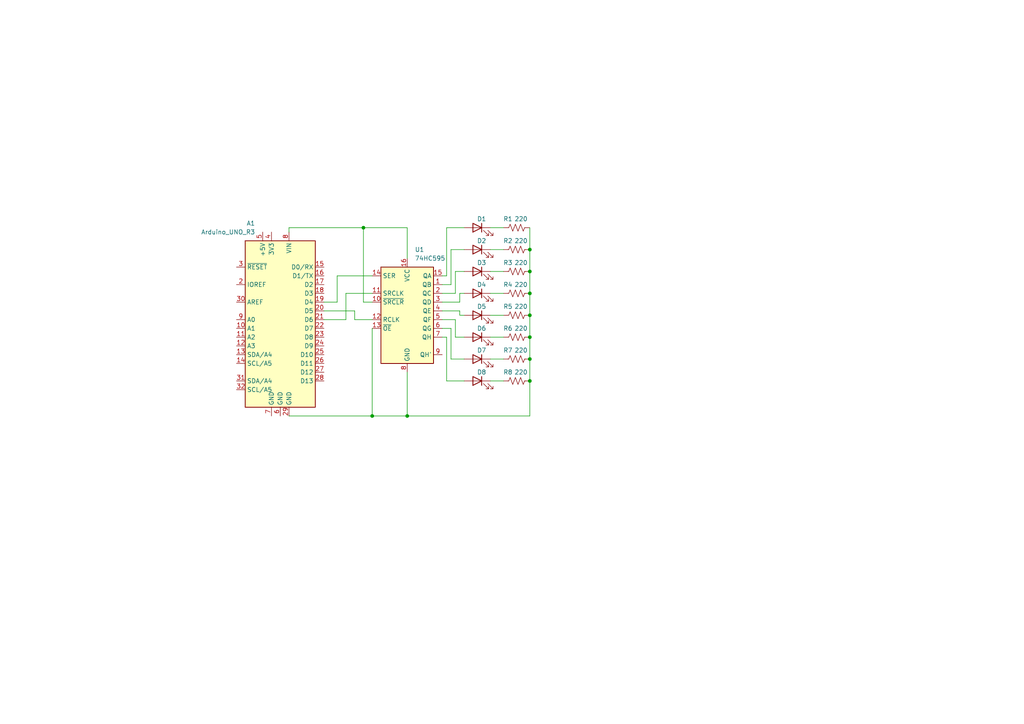
<source format=kicad_sch>
(kicad_sch (version 20230121) (generator eeschema)
  (paper "A4")
  (lib_symbols
    (symbol "74xx:74HC595"
      (property "Reference" "U" (at -7.62 13.97 0))
      (property "Value" "74HC595" (at -7.62 -16.51 0))
      (symbol "74HC595_1_0"
        (pin tri_state line (at 10.16 7.62 180) (length 2.54) (name "QB") (number "1"))
        (pin input line (at -10.16 2.54 0) (length 2.54) (name "~{SRCLR}") (number "10"))
        (pin input line (at -10.16 5.08 0) (length 2.54) (name "SRCLK") (number "11"))
        (pin input line (at -10.16 -2.54 0) (length 2.54) (name "RCLK") (number "12"))
        (pin input line (at -10.16 -5.08 0) (length 2.54) (name "~{OE}") (number "13"))
        (pin input line (at -10.16 10.16 0) (length 2.54) (name "SER") (number "14"))
        (pin tri_state line (at 10.16 10.16 180) (length 2.54) (name "QA") (number "15"))
        (pin power_in line (at 0 15.24 270) (length 2.54) (name "VCC") (number "16"))
        (pin tri_state line (at 10.16 5.08 180) (length 2.54) (name "QC") (number "2"))
        (pin tri_state line (at 10.16 2.54 180) (length 2.54) (name "QD") (number "3"))
        (pin tri_state line (at 10.16 0 180) (length 2.54) (name "QE") (number "4"))
        (pin tri_state line (at 10.16 -2.54 180) (length 2.54) (name "QF") (number "5"))
        (pin tri_state line (at 10.16 -5.08 180) (length 2.54) (name "QG") (number "6"))
        (pin tri_state line (at 10.16 -7.62 180) (length 2.54) (name "QH") (number "7"))
        (pin power_in line (at 0 -17.78 90) (length 2.54) (name "GND") (number "8"))
        (pin output line (at 10.16 -12.7 180) (length 2.54) (name "QH'") (number "9"))
      )
      (symbol "74HC595_1_1"
        (rectangle (start -7.62 12.7) (end 7.62 -15.24) (stroke (width 0.254)) (fill (type background)))
      )
    )
    (symbol "Device:LED" (pin_numbers hide) (pin_names (offset 1.016) hide)
      (property "Reference" "D" (at 0 2.54 0))
      (property "Value" "LED" (at 0 -2.54 0))
      (symbol "LED_0_1"
        (polyline (pts (xy -1.27 -1.27) (xy -1.27 1.27)) (stroke (width 0.254)))
        (polyline (pts (xy -1.27 0) (xy 1.27 0)))
        (polyline (pts (xy 1.27 -1.27) (xy 1.27 1.27) (xy -1.27 0) (xy 1.27 -1.27)) (stroke (width 0.254)))
        (polyline (pts (xy -3.048 -0.762) (xy -4.572 -2.286) (xy -3.81 -2.286) (xy -4.572 -2.286) (xy -4.572 -1.524)))
        (polyline (pts (xy -1.778 -0.762) (xy -3.302 -2.286) (xy -2.54 -2.286) (xy -3.302 -2.286) (xy -3.302 -1.524)))
      )
      (symbol "LED_1_1"
        (pin passive line (at -3.81 0 0) (length 2.54) (name "K") (number "1"))
        (pin passive line (at 3.81 0 180) (length 2.54) (name "A") (number "2"))
      )
    )
    (symbol "Device:R_US" (pin_numbers hide) (pin_names (offset 0))
      (property "Reference" "R" (at 2.54 0 90))
      (property "Value" "R_US" (at -2.54 0 90))
      (symbol "R_US_0_1"
        (polyline (pts (xy 0 -2.286) (xy 0 -2.54)))
        (polyline (pts (xy 0 2.286) (xy 0 2.54)))
        (polyline (pts (xy 0 -0.762) (xy 1.016 -1.143) (xy 0 -1.524) (xy -1.016 -1.905) (xy 0 -2.286)))
        (polyline (pts (xy 0 0.762) (xy 1.016 0.381) (xy 0 0) (xy -1.016 -0.381) (xy 0 -0.762)))
        (polyline (pts (xy 0 2.286) (xy 1.016 1.905) (xy 0 1.524) (xy -1.016 1.143) (xy 0 0.762)))
      )
      (symbol "R_US_1_1"
        (pin passive line (at 0 3.81 270) (length 1.27) (name "~") (number "1"))
        (pin passive line (at 0 -3.81 90) (length 1.27) (name "~") (number "2"))
      )
    )
    (symbol "MCU_Module:Arduino_UNO_R3"
      (property "Reference" "A" (at -10.16 23.495 0))
      (property "Value" "Arduino_UNO_R3" (at 5.08 -26.67 0))
      (symbol "Arduino_UNO_R3_0_1"
        (rectangle (start -10.16 22.86) (end 10.16 -25.4) (stroke (width 0.254)) (fill (type background)))
      )
      (symbol "Arduino_UNO_R3_1_1"
        (pin no_connect line (at -10.16 -20.32 0) (length 2.54) hide (name "NC") (number "1"))
        (pin bidirectional line (at 12.7 -2.54 180) (length 2.54) (name "A1") (number "10"))
        (pin bidirectional line (at 12.7 -5.08 180) (length 2.54) (name "A2") (number "11"))
        (pin bidirectional line (at 12.7 -7.62 180) (length 2.54) (name "A3") (number "12"))
        (pin bidirectional line (at 12.7 -10.16 180) (length 2.54) (name "SDA/A4") (number "13"))
        (pin bidirectional line (at 12.7 -12.7 180) (length 2.54) (name "SCL/A5") (number "14"))
        (pin bidirectional line (at -12.7 15.24 0) (length 2.54) (name "D0/RX") (number "15"))
        (pin bidirectional line (at -12.7 12.7 0) (length 2.54) (name "D1/TX") (number "16"))
        (pin bidirectional line (at -12.7 10.16 0) (length 2.54) (name "D2") (number "17"))
        (pin bidirectional line (at -12.7 7.62 0) (length 2.54) (name "D3") (number "18"))
        (pin bidirectional line (at -12.7 5.08 0) (length 2.54) (name "D4") (number "19"))
        (pin output line (at 12.7 10.16 180) (length 2.54) (name "IOREF") (number "2"))
        (pin bidirectional line (at -12.7 2.54 0) (length 2.54) (name "D5") (number "20"))
        (pin bidirectional line (at -12.7 0 0) (length 2.54) (name "D6") (number "21"))
        (pin bidirectional line (at -12.7 -2.54 0) (length 2.54) (name "D7") (number "22"))
        (pin bidirectional line (at -12.7 -5.08 0) (length 2.54) (name "D8") (number "23"))
        (pin bidirectional line (at -12.7 -7.62 0) (length 2.54) (name "D9") (number "24"))
        (pin bidirectional line (at -12.7 -10.16 0) (length 2.54) (name "D10") (number "25"))
        (pin bidirectional line (at -12.7 -12.7 0) (length 2.54) (name "D11") (number "26"))
        (pin bidirectional line (at -12.7 -15.24 0) (length 2.54) (name "D12") (number "27"))
        (pin bidirectional line (at -12.7 -17.78 0) (length 2.54) (name "D13") (number "28"))
        (pin power_in line (at -2.54 -27.94 90) (length 2.54) (name "GND") (number "29"))
        (pin input line (at 12.7 15.24 180) (length 2.54) (name "~{RESET}") (number "3"))
        (pin input line (at 12.7 5.08 180) (length 2.54) (name "AREF") (number "30"))
        (pin bidirectional line (at 12.7 -17.78 180) (length 2.54) (name "SDA/A4") (number "31"))
        (pin bidirectional line (at 12.7 -20.32 180) (length 2.54) (name "SCL/A5") (number "32"))
        (pin power_out line (at 2.54 25.4 270) (length 2.54) (name "3V3") (number "4"))
        (pin power_out line (at 5.08 25.4 270) (length 2.54) (name "+5V") (number "5"))
        (pin power_in line (at 0 -27.94 90) (length 2.54) (name "GND") (number "6"))
        (pin power_in line (at 2.54 -27.94 90) (length 2.54) (name "GND") (number "7"))
        (pin power_in line (at -2.54 25.4 270) (length 2.54) (name "VIN") (number "8"))
        (pin bidirectional line (at 12.7 0 180) (length 2.54) (name "A0") (number "9"))
      )
    )
  )
  (junction (at 153.67 78.74))
  (junction (at 153.67 97.79))
  (junction (at 105.41 66.04))
  (junction (at 153.67 72.39))
  (junction (at 153.67 110.49))
  (junction (at 153.67 85.09))
  (junction (at 107.95 120.65))
  (junction (at 118.11 120.65))
  (junction (at 153.67 91.44))
  (junction (at 153.67 104.14))
  (wire (pts (xy 142.24 78.74) (xy 146.05 78.74)))
  (wire (pts (xy 93.98 87.63) (xy 97.79 87.63)))
  (wire (pts (xy 153.67 110.49) (xy 153.67 120.65)))
  (wire (pts (xy 128.27 80.01) (xy 129.54 80.01)))
  (wire (pts (xy 153.67 85.09) (xy 153.67 91.44)))
  (wire (pts (xy 142.24 85.09) (xy 146.05 85.09)))
  (wire (pts (xy 133.35 90.17) (xy 133.35 91.44)))
  (wire (pts (xy 128.27 92.71) (xy 132.08 92.71)))
  (wire (pts (xy 153.67 66.04) (xy 153.67 72.39)))
  (wire (pts (xy 93.98 90.17) (xy 102.87 90.17)))
  (wire (pts (xy 153.67 72.39) (xy 153.67 78.74)))
  (wire (pts (xy 107.95 95.25) (xy 107.95 120.65)))
  (wire (pts (xy 133.35 85.09) (xy 134.62 85.09)))
  (wire (pts (xy 102.87 90.17) (xy 102.87 92.71)))
  (wire (pts (xy 128.27 90.17) (xy 133.35 90.17)))
  (wire (pts (xy 97.79 87.63) (xy 97.79 80.01)))
  (wire (pts (xy 133.35 91.44) (xy 134.62 91.44)))
  (wire (pts (xy 107.95 120.65) (xy 118.11 120.65)))
  (wire (pts (xy 83.82 66.04) (xy 83.82 67.31)))
  (wire (pts (xy 118.11 66.04) (xy 118.11 74.93)))
  (wire (pts (xy 132.08 97.79) (xy 134.62 97.79)))
  (wire (pts (xy 153.67 104.14) (xy 153.67 110.49)))
  (wire (pts (xy 142.24 104.14) (xy 146.05 104.14)))
  (wire (pts (xy 153.67 91.44) (xy 153.67 97.79)))
  (wire (pts (xy 132.08 92.71) (xy 132.08 97.79)))
  (wire (pts (xy 93.98 92.71) (xy 100.33 92.71)))
  (wire (pts (xy 102.87 92.71) (xy 107.95 92.71)))
  (wire (pts (xy 83.82 66.04) (xy 105.41 66.04)))
  (wire (pts (xy 128.27 82.55) (xy 130.81 82.55)))
  (wire (pts (xy 128.27 87.63) (xy 133.35 87.63)))
  (wire (pts (xy 133.35 87.63) (xy 133.35 85.09)))
  (wire (pts (xy 130.81 82.55) (xy 130.81 72.39)))
  (wire (pts (xy 153.67 120.65) (xy 118.11 120.65)))
  (wire (pts (xy 128.27 97.79) (xy 129.54 97.79)))
  (wire (pts (xy 129.54 80.01) (xy 129.54 66.04)))
  (wire (pts (xy 153.67 78.74) (xy 153.67 85.09)))
  (wire (pts (xy 142.24 110.49) (xy 146.05 110.49)))
  (wire (pts (xy 142.24 66.04) (xy 146.05 66.04)))
  (wire (pts (xy 129.54 66.04) (xy 134.62 66.04)))
  (wire (pts (xy 100.33 92.71) (xy 100.33 85.09)))
  (wire (pts (xy 107.95 87.63) (xy 105.41 87.63)))
  (wire (pts (xy 129.54 110.49) (xy 134.62 110.49)))
  (wire (pts (xy 100.33 85.09) (xy 107.95 85.09)))
  (wire (pts (xy 118.11 120.65) (xy 118.11 107.95)))
  (wire (pts (xy 83.82 120.65) (xy 107.95 120.65)))
  (wire (pts (xy 128.27 85.09) (xy 132.08 85.09)))
  (wire (pts (xy 142.24 72.39) (xy 146.05 72.39)))
  (wire (pts (xy 97.79 80.01) (xy 107.95 80.01)))
  (wire (pts (xy 105.41 87.63) (xy 105.41 66.04)))
  (wire (pts (xy 130.81 104.14) (xy 134.62 104.14)))
  (wire (pts (xy 130.81 95.25) (xy 130.81 104.14)))
  (wire (pts (xy 128.27 95.25) (xy 130.81 95.25)))
  (wire (pts (xy 153.67 97.79) (xy 153.67 104.14)))
  (wire (pts (xy 142.24 97.79) (xy 146.05 97.79)))
  (wire (pts (xy 142.24 91.44) (xy 146.05 91.44)))
  (wire (pts (xy 129.54 97.79) (xy 129.54 110.49)))
  (wire (pts (xy 105.41 66.04) (xy 118.11 66.04)))
  (wire (pts (xy 130.81 72.39) (xy 134.62 72.39)))
  (wire (pts (xy 132.08 85.09) (xy 132.08 78.74)))
  (wire (pts (xy 132.08 78.74) (xy 134.62 78.74)))
  (symbol (lib_id "Device:R_US") (at 149.86 78.74 90) (unit 1)
    (property "Reference" "R3" (at 147.32 76.2 90))
    (property "Value" "220" (at 151.13 76.2 90))
  )
  (symbol (lib_id "MCU_Module:Arduino_UNO_R3") (at 81.28 92.71 0) (mirror y) (unit 1)
    (property "Reference" "A1" (at 74.0059 64.77 0) (effects (justify left)))
    (property "Value" "Arduino_UNO_R3" (at 74.0059 67.31 0) (effects (justify left)))
    (property "Footprint" "Module:Arduino_UNO_R3" (effects hide))
    (property "Datasheet" "https://www.arduino.cc/en/Main/arduinoBoardUno" (effects hide))
  )
  (symbol (lib_id "Device:R_US") (at 149.86 85.09 90) (unit 1)
    (property "Reference" "R4" (at 147.32 82.55 90))
    (property "Value" "220" (at 151.13 82.55 90))
  )
  (symbol (lib_id "Device:LED") (at 138.43 72.39 0) (mirror y) (unit 1)
    (property "Reference" "D2" (at 139.7 69.85 0))
    (property "Value" "LED" (effects hide))
  )
  (symbol (lib_id "Device:R_US") (at 149.86 110.49 90) (unit 1)
    (property "Reference" "R8" (at 147.32 107.95 90))
    (property "Value" "220" (at 151.13 107.95 90))
  )
  (symbol (lib_id "Device:R_US") (at 149.86 97.79 90) (unit 1)
    (property "Reference" "R6" (at 147.32 95.25 90))
    (property "Value" "220" (at 151.13 95.25 90))
  )
  (symbol (lib_id "Device:LED") (at 138.43 85.09 0) (mirror y) (unit 1)
    (property "Reference" "D4" (at 139.7 82.55 0))
    (property "Value" "LED" (effects hide))
  )
  (symbol (lib_id "Device:LED") (at 138.43 104.14 0) (mirror y) (unit 1)
    (property "Reference" "D7" (at 139.7 101.6 0))
    (property "Value" "LED" (effects hide))
  )
  (symbol (lib_id "Device:LED") (at 138.43 110.49 0) (mirror y) (unit 1)
    (property "Reference" "D8" (at 139.7 107.95 0))
    (property "Value" "LED" (effects hide))
  )
  (symbol (lib_id "Device:LED") (at 138.43 97.79 0) (mirror y) (unit 1)
    (property "Reference" "D6" (at 139.7 95.25 0))
    (property "Value" "LED" (effects hide))
  )
  (symbol (lib_id "Device:R_US") (at 149.86 66.04 90) (unit 1)
    (property "Reference" "R1" (at 147.32 63.5 90))
    (property "Value" "220" (at 151.13 63.5 90))
  )
  (symbol (lib_id "Device:LED") (at 138.43 91.44 0) (mirror y) (unit 1)
    (property "Reference" "D5" (at 139.7 88.9 0))
    (property "Value" "LED" (effects hide))
  )
  (symbol (lib_id "Device:LED") (at 138.43 78.74 0) (mirror y) (unit 1)
    (property "Reference" "D3" (at 139.7 76.2 0))
    (property "Value" "LED" (effects hide))
  )
  (symbol (lib_id "Device:R_US") (at 149.86 91.44 90) (unit 1)
    (property "Reference" "R5" (at 147.32 88.9 90))
    (property "Value" "220" (at 151.13 88.9 90))
  )
  (symbol (lib_id "Device:R_US") (at 149.86 104.14 90) (unit 1)
    (property "Reference" "R7" (at 147.32 101.6 90))
    (property "Value" "220" (at 151.13 101.6 90))
  )
  (symbol (lib_id "Device:R_US") (at 149.86 72.39 90) (unit 1)
    (property "Reference" "R2" (at 147.32 69.85 90))
    (property "Value" "220" (at 151.13 69.85 90))
  )
  (symbol (lib_id "Device:LED") (at 138.43 66.04 0) (mirror y) (unit 1)
    (property "Reference" "D1" (at 139.7 63.5 0))
    (property "Value" "LED" (effects hide))
  )
  (symbol (lib_id "74xx:74HC595") (at 118.11 90.17 0) (unit 1)
    (property "Reference" "U1" (at 120.3041 72.39 0) (effects (justify left)))
    (property "Value" "74HC595" (at 120.3041 74.93 0) (effects (justify left)))
    (property "Datasheet" "http://www.ti.com/lit/ds/symlink/sn74hc595.pdf" (effects hide))
  )
)
</source>
